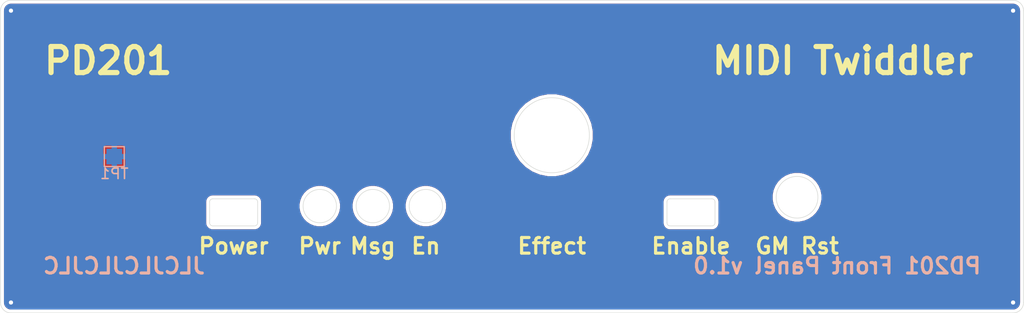
<source format=kicad_pcb>
(kicad_pcb (version 20171130) (host pcbnew "(5.1.9)-1")

  (general
    (thickness 1.6)
    (drawings 42)
    (tracks 4)
    (zones 0)
    (modules 1)
    (nets 2)
  )

  (page A4)
  (layers
    (0 F.Cu signal)
    (31 B.Cu signal)
    (36 B.SilkS user)
    (37 F.SilkS user)
    (38 B.Mask user)
    (39 F.Mask user)
    (40 Dwgs.User user)
    (41 Cmts.User user)
    (42 Eco1.User user)
    (43 Eco2.User user)
    (44 Edge.Cuts user)
    (45 Margin user)
    (46 B.CrtYd user)
    (47 F.CrtYd user)
    (48 B.Fab user)
    (49 F.Fab user)
  )

  (setup
    (last_trace_width 0.254)
    (user_trace_width 0.2)
    (user_trace_width 0.254)
    (user_trace_width 0.508)
    (user_trace_width 0.635)
    (trace_clearance 0.2)
    (zone_clearance 0.3048)
    (zone_45_only no)
    (trace_min 0.2)
    (via_size 0.6)
    (via_drill 0.4)
    (via_min_size 0.4)
    (via_min_drill 0.3)
    (user_via 0.6 0.4)
    (user_via 0.9 0.6)
    (uvia_size 0.3)
    (uvia_drill 0.1)
    (uvias_allowed no)
    (uvia_min_size 0.2)
    (uvia_min_drill 0.1)
    (edge_width 0.05)
    (segment_width 0.2)
    (pcb_text_width 0.3)
    (pcb_text_size 1.5 1.5)
    (mod_edge_width 0.15)
    (mod_text_size 1 1)
    (mod_text_width 0.15)
    (pad_size 1.5 2.5)
    (pad_drill 0.9)
    (pad_to_mask_clearance 0)
    (aux_axis_origin 152.4 109.55)
    (grid_origin 152.4 109.55)
    (visible_elements 7FFFFFFF)
    (pcbplotparams
      (layerselection 0x010f0_ffffffff)
      (usegerberextensions false)
      (usegerberattributes true)
      (usegerberadvancedattributes true)
      (creategerberjobfile true)
      (excludeedgelayer true)
      (linewidth 0.100000)
      (plotframeref false)
      (viasonmask false)
      (mode 1)
      (useauxorigin true)
      (hpglpennumber 1)
      (hpglpenspeed 20)
      (hpglpendiameter 15.000000)
      (psnegative false)
      (psa4output false)
      (plotreference true)
      (plotvalue true)
      (plotinvisibletext false)
      (padsonsilk true)
      (subtractmaskfromsilk false)
      (outputformat 1)
      (mirror false)
      (drillshape 0)
      (scaleselection 1)
      (outputdirectory "gerbers/"))
  )

  (net 0 "")
  (net 1 GND)

  (net_class Default "This is the default net class."
    (clearance 0.2)
    (trace_width 0.254)
    (via_dia 0.6)
    (via_drill 0.4)
    (uvia_dia 0.3)
    (uvia_drill 0.1)
    (add_net GND)
  )

  (net_class Power ""
    (clearance 0.2)
    (trace_width 0.635)
    (via_dia 0.9)
    (via_drill 0.6)
    (uvia_dia 0.3)
    (uvia_drill 0.1)
  )

  (module TestPoint:TestPoint_Pad_1.5x1.5mm (layer B.Cu) (tedit 5A0F774F) (tstamp 6034AF9F)
    (at 114.3 101.6)
    (descr "SMD rectangular pad as test Point, square 1.5mm side length")
    (tags "test point SMD pad rectangle square")
    (path /6034B6EE)
    (attr virtual)
    (fp_text reference TP1 (at 0 1.648) (layer B.SilkS)
      (effects (font (size 1 1) (thickness 0.15)) (justify mirror))
    )
    (fp_text value TestPoint (at 0 -1.75) (layer B.Fab)
      (effects (font (size 1 1) (thickness 0.15)) (justify mirror))
    )
    (fp_line (start 1.25 -1.25) (end -1.25 -1.25) (layer B.CrtYd) (width 0.05))
    (fp_line (start 1.25 -1.25) (end 1.25 1.25) (layer B.CrtYd) (width 0.05))
    (fp_line (start -1.25 1.25) (end -1.25 -1.25) (layer B.CrtYd) (width 0.05))
    (fp_line (start -1.25 1.25) (end 1.25 1.25) (layer B.CrtYd) (width 0.05))
    (fp_line (start -0.95 -0.95) (end -0.95 0.95) (layer B.SilkS) (width 0.12))
    (fp_line (start 0.95 -0.95) (end -0.95 -0.95) (layer B.SilkS) (width 0.12))
    (fp_line (start 0.95 0.95) (end 0.95 -0.95) (layer B.SilkS) (width 0.12))
    (fp_line (start -0.95 0.95) (end 0.95 0.95) (layer B.SilkS) (width 0.12))
    (fp_text user %R (at 0 1.65) (layer B.Fab)
      (effects (font (size 1 1) (thickness 0.15)) (justify mirror))
    )
    (pad 1 smd rect (at 0 0) (size 1.5 1.5) (layers B.Cu B.Mask)
      (net 1 GND))
  )

  (gr_poly (pts (xy 156.21 99.39) (xy 157.353 98.247) (xy 157.48 98.247) (xy 157.48 98.374) (xy 156.337 99.517) (xy 157.48 100.66) (xy 157.48 100.787) (xy 157.353 100.787) (xy 156.21 99.644) (xy 155.067 100.787) (xy 154.94 100.787) (xy 154.94 100.66) (xy 156.083 99.517) (xy 154.94 98.374) (xy 154.94 98.247) (xy 155.067 98.247)) (layer F.Mask) (width 0.1))
  (gr_text JLCJLCJLCJLC (at 107.315 112.09) (layer B.SilkS) (tstamp 6034DFC5)
    (effects (font (size 1.5 1.5) (thickness 0.3)) (justify right mirror))
  )
  (gr_text "PD201 Front Panel v1.0" (at 197.485 112.09) (layer B.SilkS) (tstamp 6034DFA0)
    (effects (font (size 1.5 1.5) (thickness 0.3)) (justify left mirror))
  )
  (gr_text "GM Rst" (at 179.705 110.185) (layer F.SilkS) (tstamp 6034DE14)
    (effects (font (size 1.5 1.5) (thickness 0.3)))
  )
  (gr_text Effect (at 156.21 110.185) (layer F.SilkS) (tstamp 6034DDF4)
    (effects (font (size 1.5 1.5) (thickness 0.3)))
  )
  (gr_text Enable (at 169.545 110.185) (layer F.SilkS)
    (effects (font (size 1.5 1.5) (thickness 0.3)))
  )
  (gr_text En (at 144.145 110.185) (layer F.SilkS)
    (effects (font (size 1.5 1.5) (thickness 0.3)))
  )
  (gr_text Msg (at 139.065 110.185) (layer F.SilkS)
    (effects (font (size 1.5 1.5) (thickness 0.3)))
  )
  (gr_text Pwr (at 133.985 110.185) (layer F.SilkS)
    (effects (font (size 1.5 1.5) (thickness 0.3)))
  )
  (gr_text Power (at 125.73 110.185) (layer F.SilkS)
    (effects (font (size 1.5 1.5) (thickness 0.3)))
  )
  (gr_text "MIDI Twiddler" (at 196.85 92.405) (layer F.SilkS) (tstamp 6034DC95)
    (effects (font (size 2.5 2.5) (thickness 0.5)) (justify right))
  )
  (gr_text PD201 (at 107.315 92.405) (layer F.SilkS)
    (effects (font (size 2.5 2.5) (thickness 0.5)) (justify left))
  )
  (gr_line (start 128.03 107.95) (end 128.03 105.95) (layer Edge.Cuts) (width 0.05) (tstamp 6034DA81))
  (gr_line (start 123.43 105.95) (end 123.43 107.95) (layer Edge.Cuts) (width 0.05) (tstamp 6034DA80))
  (gr_line (start 127.73 105.65) (end 123.73 105.65) (layer Edge.Cuts) (width 0.05) (tstamp 6034DA7F))
  (gr_line (start 123.73 108.25) (end 127.73 108.25) (layer Edge.Cuts) (width 0.05) (tstamp 6034DA7E))
  (gr_arc (start 123.73 105.95) (end 123.73 105.65) (angle -90) (layer Edge.Cuts) (width 0.05) (tstamp 6034DA7D))
  (gr_arc (start 127.73 105.95) (end 128.03 105.95) (angle -90) (layer Edge.Cuts) (width 0.05) (tstamp 6034DA7C))
  (gr_arc (start 127.73 107.95) (end 127.73 108.25) (angle -90) (layer Edge.Cuts) (width 0.05) (tstamp 6034DA7B))
  (gr_arc (start 123.73 107.95) (end 123.43 107.95) (angle -90) (layer Edge.Cuts) (width 0.05) (tstamp 6034DA7A))
  (gr_arc (start 167.545 105.95) (end 167.545 105.65) (angle -90) (layer Edge.Cuts) (width 0.05))
  (gr_arc (start 171.545 105.95) (end 171.845 105.95) (angle -90) (layer Edge.Cuts) (width 0.05))
  (gr_arc (start 171.545 107.95) (end 171.545 108.25) (angle -90) (layer Edge.Cuts) (width 0.05))
  (gr_arc (start 167.545 107.95) (end 167.245 107.95) (angle -90) (layer Edge.Cuts) (width 0.05))
  (gr_line (start 171.845 107.95) (end 171.845 105.95) (layer Edge.Cuts) (width 0.05))
  (gr_line (start 167.245 105.95) (end 167.245 107.95) (layer Edge.Cuts) (width 0.05))
  (gr_line (start 171.545 105.65) (end 167.545 105.65) (layer Edge.Cuts) (width 0.05))
  (gr_line (start 167.545 108.25) (end 171.545 108.25) (layer Edge.Cuts) (width 0.05) (tstamp 6034D7FA))
  (gr_circle (center 133.985 106.35) (end 135.585 106.35) (layer Edge.Cuts) (width 0.05))
  (gr_circle (center 139.065 106.35) (end 140.665 106.35) (layer Edge.Cuts) (width 0.05))
  (gr_circle (center 144.145 106.35) (end 145.745 106.35) (layer Edge.Cuts) (width 0.05) (tstamp 6034CA3D))
  (gr_circle (center 179.705 105.5) (end 181.705 105.5) (layer Edge.Cuts) (width 0.05))
  (gr_circle (center 156.21 99.55) (end 159.81 99.55) (layer Edge.Cuts) (width 0.05))
  (gr_poly (pts (xy 201.4 111.15) (xy 103.4 111.15) (xy 103.4 109.55) (xy 201.4 109.55)) (layer Cmts.User) (width 0.1))
  (gr_arc (start 104.4 87.6) (end 104.4 86.6) (angle -90) (layer Edge.Cuts) (width 0.05))
  (gr_arc (start 200.4 87.6) (end 201.4 87.6) (angle -90) (layer Edge.Cuts) (width 0.05))
  (gr_arc (start 200.4 115.6) (end 200.4 116.6) (angle -90) (layer Edge.Cuts) (width 0.05))
  (gr_arc (start 104.4 115.6) (end 103.4 115.6) (angle -90) (layer Edge.Cuts) (width 0.05))
  (gr_line (start 201.4 87.6) (end 201.4 115.6) (layer Edge.Cuts) (width 0.05))
  (gr_line (start 104.4 86.6) (end 200.4 86.6) (layer Edge.Cuts) (width 0.05))
  (gr_line (start 103.4 115.6) (end 103.4 87.6) (layer Edge.Cuts) (width 0.05))
  (gr_line (start 200.4 116.6) (end 104.4 116.6) (layer Edge.Cuts) (width 0.05))

  (via (at 104.4 87.6) (size 0.6) (drill 0.4) (layers F.Cu B.Cu) (net 1))
  (via (at 104.4 115.6) (size 0.6) (drill 0.4) (layers F.Cu B.Cu) (net 1))
  (via (at 200.4 115.6) (size 0.6) (drill 0.4) (layers F.Cu B.Cu) (net 1))
  (via (at 200.4 87.6) (size 0.6) (drill 0.4) (layers F.Cu B.Cu) (net 1))

  (zone (net 1) (net_name GND) (layer B.Cu) (tstamp 606A812C) (hatch edge 0.508)
    (connect_pads (clearance 0.3048))
    (min_thickness 0.254)
    (fill yes (arc_segments 32) (thermal_gap 0.3048) (thermal_bridge_width 0.508))
    (polygon
      (pts
        (xy 201.4 116.6) (xy 103.4 116.6) (xy 103.4 86.6) (xy 201.4 86.6)
      )
    )
    (filled_polygon
      (pts
        (xy 200.505082 87.069294) (xy 200.606163 87.099812) (xy 200.69939 87.149382) (xy 200.781214 87.216116) (xy 200.848518 87.297472)
        (xy 200.898737 87.39035) (xy 200.92996 87.491216) (xy 200.9432 87.617184) (xy 200.943201 115.577647) (xy 200.930706 115.705081)
        (xy 200.900188 115.806161) (xy 200.850618 115.899391) (xy 200.783884 115.981214) (xy 200.702529 116.048517) (xy 200.609649 116.098737)
        (xy 200.508784 116.12996) (xy 200.382816 116.1432) (xy 104.422343 116.1432) (xy 104.294919 116.130706) (xy 104.193839 116.100188)
        (xy 104.100609 116.050618) (xy 104.018786 115.983884) (xy 103.951483 115.902529) (xy 103.901263 115.809649) (xy 103.87004 115.708784)
        (xy 103.8568 115.582816) (xy 103.8568 105.927563) (xy 122.9732 105.927563) (xy 122.973201 107.972438) (xy 122.975099 107.991712)
        (xy 122.975087 107.993494) (xy 122.975709 107.999842) (xy 122.97875 108.028773) (xy 122.979811 108.039548) (xy 122.97992 108.039907)
        (xy 122.981829 108.058071) (xy 122.990158 108.098644) (xy 122.997913 108.139297) (xy 122.999756 108.145404) (xy 123.01707 108.201336)
        (xy 123.033122 108.239521) (xy 123.048625 108.277891) (xy 123.051619 108.283523) (xy 123.079467 108.335026) (xy 123.102616 108.369345)
        (xy 123.125289 108.403992) (xy 123.12932 108.408935) (xy 123.16664 108.454047) (xy 123.196026 108.483228) (xy 123.224986 108.512801)
        (xy 123.2299 108.516867) (xy 123.275274 108.553872) (xy 123.309765 108.576788) (xy 123.343914 108.60017) (xy 123.349524 108.603204)
        (xy 123.40122 108.630692) (xy 123.439497 108.646469) (xy 123.477555 108.662781) (xy 123.483648 108.664667) (xy 123.539699 108.68159)
        (xy 123.580295 108.689628) (xy 123.620814 108.69824) (xy 123.627157 108.698907) (xy 123.685427 108.70462) (xy 123.685429 108.70462)
        (xy 123.707562 108.7068) (xy 127.752438 108.7068) (xy 127.771722 108.704901) (xy 127.773494 108.704913) (xy 127.779842 108.704291)
        (xy 127.808622 108.701266) (xy 127.819548 108.70019) (xy 127.819912 108.70008) (xy 127.838071 108.698171) (xy 127.878644 108.689842)
        (xy 127.919297 108.682087) (xy 127.925404 108.680244) (xy 127.981336 108.66293) (xy 128.019521 108.646878) (xy 128.057891 108.631375)
        (xy 128.063523 108.628381) (xy 128.115026 108.600533) (xy 128.149345 108.577384) (xy 128.183992 108.554711) (xy 128.188935 108.55068)
        (xy 128.234047 108.51336) (xy 128.263228 108.483974) (xy 128.292801 108.455014) (xy 128.296867 108.4501) (xy 128.333872 108.404726)
        (xy 128.356788 108.370235) (xy 128.38017 108.336086) (xy 128.383204 108.330476) (xy 128.410692 108.27878) (xy 128.426469 108.240503)
        (xy 128.442781 108.202445) (xy 128.444667 108.196352) (xy 128.46159 108.140301) (xy 128.469628 108.099705) (xy 128.47824 108.059186)
        (xy 128.478907 108.052843) (xy 128.48462 107.994573) (xy 128.48462 107.994571) (xy 128.4868 107.972438) (xy 128.4868 106.146438)
        (xy 131.9182 106.146438) (xy 131.9182 106.553562) (xy 131.997626 106.952863) (xy 132.153426 107.328997) (xy 132.379612 107.667508)
        (xy 132.667492 107.955388) (xy 133.006003 108.181574) (xy 133.382137 108.337374) (xy 133.781438 108.4168) (xy 134.188562 108.4168)
        (xy 134.587863 108.337374) (xy 134.963997 108.181574) (xy 135.302508 107.955388) (xy 135.590388 107.667508) (xy 135.816574 107.328997)
        (xy 135.972374 106.952863) (xy 136.0518 106.553562) (xy 136.0518 106.146438) (xy 136.9982 106.146438) (xy 136.9982 106.553562)
        (xy 137.077626 106.952863) (xy 137.233426 107.328997) (xy 137.459612 107.667508) (xy 137.747492 107.955388) (xy 138.086003 108.181574)
        (xy 138.462137 108.337374) (xy 138.861438 108.4168) (xy 139.268562 108.4168) (xy 139.667863 108.337374) (xy 140.043997 108.181574)
        (xy 140.382508 107.955388) (xy 140.670388 107.667508) (xy 140.896574 107.328997) (xy 141.052374 106.952863) (xy 141.1318 106.553562)
        (xy 141.1318 106.146438) (xy 142.0782 106.146438) (xy 142.0782 106.553562) (xy 142.157626 106.952863) (xy 142.313426 107.328997)
        (xy 142.539612 107.667508) (xy 142.827492 107.955388) (xy 143.166003 108.181574) (xy 143.542137 108.337374) (xy 143.941438 108.4168)
        (xy 144.348562 108.4168) (xy 144.747863 108.337374) (xy 145.123997 108.181574) (xy 145.462508 107.955388) (xy 145.750388 107.667508)
        (xy 145.976574 107.328997) (xy 146.132374 106.952863) (xy 146.2118 106.553562) (xy 146.2118 106.146438) (xy 146.168264 105.927563)
        (xy 166.7882 105.927563) (xy 166.788201 107.972438) (xy 166.790099 107.991712) (xy 166.790087 107.993494) (xy 166.790709 107.999842)
        (xy 166.79375 108.028773) (xy 166.794811 108.039548) (xy 166.79492 108.039907) (xy 166.796829 108.058071) (xy 166.805158 108.098644)
        (xy 166.812913 108.139297) (xy 166.814756 108.145404) (xy 166.83207 108.201336) (xy 166.848122 108.239521) (xy 166.863625 108.277891)
        (xy 166.866619 108.283523) (xy 166.894467 108.335026) (xy 166.917616 108.369345) (xy 166.940289 108.403992) (xy 166.94432 108.408935)
        (xy 166.98164 108.454047) (xy 167.011026 108.483228) (xy 167.039986 108.512801) (xy 167.0449 108.516867) (xy 167.090274 108.553872)
        (xy 167.124765 108.576788) (xy 167.158914 108.60017) (xy 167.164524 108.603204) (xy 167.21622 108.630692) (xy 167.254497 108.646469)
        (xy 167.292555 108.662781) (xy 167.298648 108.664667) (xy 167.354699 108.68159) (xy 167.395295 108.689628) (xy 167.435814 108.69824)
        (xy 167.442157 108.698907) (xy 167.500427 108.70462) (xy 167.500429 108.70462) (xy 167.522562 108.7068) (xy 171.567438 108.7068)
        (xy 171.586722 108.704901) (xy 171.588494 108.704913) (xy 171.594842 108.704291) (xy 171.623622 108.701266) (xy 171.634548 108.70019)
        (xy 171.634912 108.70008) (xy 171.653071 108.698171) (xy 171.693644 108.689842) (xy 171.734297 108.682087) (xy 171.740404 108.680244)
        (xy 171.796336 108.66293) (xy 171.834521 108.646878) (xy 171.872891 108.631375) (xy 171.878523 108.628381) (xy 171.930026 108.600533)
        (xy 171.964345 108.577384) (xy 171.998992 108.554711) (xy 172.003935 108.55068) (xy 172.049047 108.51336) (xy 172.078228 108.483974)
        (xy 172.107801 108.455014) (xy 172.111867 108.4501) (xy 172.148872 108.404726) (xy 172.171788 108.370235) (xy 172.19517 108.336086)
        (xy 172.198204 108.330476) (xy 172.225692 108.27878) (xy 172.241469 108.240503) (xy 172.257781 108.202445) (xy 172.259667 108.196352)
        (xy 172.27659 108.140301) (xy 172.284628 108.099705) (xy 172.29324 108.059186) (xy 172.293907 108.052843) (xy 172.29962 107.994573)
        (xy 172.29962 107.994571) (xy 172.3018 107.972438) (xy 172.3018 105.927562) (xy 172.299901 105.908278) (xy 172.299913 105.906506)
        (xy 172.299291 105.900159) (xy 172.296267 105.871386) (xy 172.29519 105.860452) (xy 172.295079 105.860088) (xy 172.293171 105.841929)
        (xy 172.284844 105.801363) (xy 172.277087 105.760703) (xy 172.275244 105.754597) (xy 172.25793 105.698664) (xy 172.241874 105.660468)
        (xy 172.226375 105.622109) (xy 172.223381 105.616477) (xy 172.195533 105.564974) (xy 172.172394 105.53067) (xy 172.149711 105.496008)
        (xy 172.14568 105.491065) (xy 172.108359 105.445952) (xy 172.078991 105.416789) (xy 172.050014 105.387199) (xy 172.0451 105.383133)
        (xy 171.999727 105.346128) (xy 171.965251 105.323223) (xy 171.931087 105.29983) (xy 171.925476 105.296796) (xy 171.87378 105.269308)
        (xy 171.84448 105.257231) (xy 177.240126 105.257231) (xy 177.240126 105.742769) (xy 177.33485 106.218977) (xy 177.520657 106.667555)
        (xy 177.790408 107.071265) (xy 178.133735 107.414592) (xy 178.537445 107.684343) (xy 178.986023 107.87015) (xy 179.462231 107.964874)
        (xy 179.947769 107.964874) (xy 180.423977 107.87015) (xy 180.872555 107.684343) (xy 181.276265 107.414592) (xy 181.619592 107.071265)
        (xy 181.889343 106.667555) (xy 182.07515 106.218977) (xy 182.169874 105.742769) (xy 182.169874 105.257231) (xy 182.07515 104.781023)
        (xy 181.889343 104.332445) (xy 181.619592 103.928735) (xy 181.276265 103.585408) (xy 180.872555 103.315657) (xy 180.423977 103.12985)
        (xy 179.947769 103.035126) (xy 179.462231 103.035126) (xy 178.986023 103.12985) (xy 178.537445 103.315657) (xy 178.133735 103.585408)
        (xy 177.790408 103.928735) (xy 177.520657 104.332445) (xy 177.33485 104.781023) (xy 177.240126 105.257231) (xy 171.84448 105.257231)
        (xy 171.835491 105.253526) (xy 171.797445 105.237219) (xy 171.791358 105.235335) (xy 171.791356 105.235334) (xy 171.791354 105.235334)
        (xy 171.791352 105.235333) (xy 171.735301 105.21841) (xy 171.694697 105.21037) (xy 171.654185 105.20176) (xy 171.647842 105.201093)
        (xy 171.589573 105.19538) (xy 171.589571 105.19538) (xy 171.567438 105.1932) (xy 167.522562 105.1932) (xy 167.503278 105.195099)
        (xy 167.501506 105.195087) (xy 167.495159 105.195709) (xy 167.466386 105.198733) (xy 167.455452 105.19981) (xy 167.455088 105.199921)
        (xy 167.436929 105.201829) (xy 167.396363 105.210156) (xy 167.355703 105.217913) (xy 167.349597 105.219756) (xy 167.293664 105.23707)
        (xy 167.255468 105.253126) (xy 167.217109 105.268625) (xy 167.211477 105.271619) (xy 167.159974 105.299467) (xy 167.12567 105.322606)
        (xy 167.091008 105.345289) (xy 167.086065 105.34932) (xy 167.040952 105.386641) (xy 167.011789 105.416009) (xy 166.982199 105.444986)
        (xy 166.978133 105.4499) (xy 166.941128 105.495273) (xy 166.918223 105.529749) (xy 166.89483 105.563913) (xy 166.891796 105.569524)
        (xy 166.864308 105.62122) (xy 166.848526 105.659509) (xy 166.832219 105.697555) (xy 166.830333 105.703648) (xy 166.81341 105.759699)
        (xy 166.80537 105.800303) (xy 166.79676 105.840815) (xy 166.796093 105.847158) (xy 166.790421 105.905012) (xy 166.7882 105.927563)
        (xy 146.168264 105.927563) (xy 146.132374 105.747137) (xy 145.976574 105.371003) (xy 145.750388 105.032492) (xy 145.462508 104.744612)
        (xy 145.123997 104.518426) (xy 144.747863 104.362626) (xy 144.348562 104.2832) (xy 143.941438 104.2832) (xy 143.542137 104.362626)
        (xy 143.166003 104.518426) (xy 142.827492 104.744612) (xy 142.539612 105.032492) (xy 142.313426 105.371003) (xy 142.157626 105.747137)
        (xy 142.0782 106.146438) (xy 141.1318 106.146438) (xy 141.052374 105.747137) (xy 140.896574 105.371003) (xy 140.670388 105.032492)
        (xy 140.382508 104.744612) (xy 140.043997 104.518426) (xy 139.667863 104.362626) (xy 139.268562 104.2832) (xy 138.861438 104.2832)
        (xy 138.462137 104.362626) (xy 138.086003 104.518426) (xy 137.747492 104.744612) (xy 137.459612 105.032492) (xy 137.233426 105.371003)
        (xy 137.077626 105.747137) (xy 136.9982 106.146438) (xy 136.0518 106.146438) (xy 135.972374 105.747137) (xy 135.816574 105.371003)
        (xy 135.590388 105.032492) (xy 135.302508 104.744612) (xy 134.963997 104.518426) (xy 134.587863 104.362626) (xy 134.188562 104.2832)
        (xy 133.781438 104.2832) (xy 133.382137 104.362626) (xy 133.006003 104.518426) (xy 132.667492 104.744612) (xy 132.379612 105.032492)
        (xy 132.153426 105.371003) (xy 131.997626 105.747137) (xy 131.9182 106.146438) (xy 128.4868 106.146438) (xy 128.4868 105.927562)
        (xy 128.484901 105.908278) (xy 128.484913 105.906506) (xy 128.484291 105.900159) (xy 128.481267 105.871386) (xy 128.48019 105.860452)
        (xy 128.480079 105.860088) (xy 128.478171 105.841929) (xy 128.469844 105.801363) (xy 128.462087 105.760703) (xy 128.460244 105.754597)
        (xy 128.44293 105.698664) (xy 128.426874 105.660468) (xy 128.411375 105.622109) (xy 128.408381 105.616477) (xy 128.380533 105.564974)
        (xy 128.357394 105.53067) (xy 128.334711 105.496008) (xy 128.33068 105.491065) (xy 128.293359 105.445952) (xy 128.263991 105.416789)
        (xy 128.235014 105.387199) (xy 128.2301 105.383133) (xy 128.184727 105.346128) (xy 128.150251 105.323223) (xy 128.116087 105.29983)
        (xy 128.110476 105.296796) (xy 128.05878 105.269308) (xy 128.020491 105.253526) (xy 127.982445 105.237219) (xy 127.976358 105.235335)
        (xy 127.976356 105.235334) (xy 127.976354 105.235334) (xy 127.976352 105.235333) (xy 127.920301 105.21841) (xy 127.879697 105.21037)
        (xy 127.839185 105.20176) (xy 127.832842 105.201093) (xy 127.774573 105.19538) (xy 127.774571 105.19538) (xy 127.752438 105.1932)
        (xy 123.707562 105.1932) (xy 123.688278 105.195099) (xy 123.686506 105.195087) (xy 123.680159 105.195709) (xy 123.651386 105.198733)
        (xy 123.640452 105.19981) (xy 123.640088 105.199921) (xy 123.621929 105.201829) (xy 123.581363 105.210156) (xy 123.540703 105.217913)
        (xy 123.534597 105.219756) (xy 123.478664 105.23707) (xy 123.440468 105.253126) (xy 123.402109 105.268625) (xy 123.396477 105.271619)
        (xy 123.344974 105.299467) (xy 123.31067 105.322606) (xy 123.276008 105.345289) (xy 123.271065 105.34932) (xy 123.225952 105.386641)
        (xy 123.196789 105.416009) (xy 123.167199 105.444986) (xy 123.163133 105.4499) (xy 123.126128 105.495273) (xy 123.103223 105.529749)
        (xy 123.07983 105.563913) (xy 123.076796 105.569524) (xy 123.049308 105.62122) (xy 123.033526 105.659509) (xy 123.017219 105.697555)
        (xy 123.015333 105.703648) (xy 122.99841 105.759699) (xy 122.99037 105.800303) (xy 122.98176 105.840815) (xy 122.981093 105.847158)
        (xy 122.975421 105.905012) (xy 122.9732 105.927563) (xy 103.8568 105.927563) (xy 103.8568 102.35) (xy 113.116111 102.35)
        (xy 113.124448 102.434648) (xy 113.149139 102.516042) (xy 113.189234 102.591056) (xy 113.243194 102.656806) (xy 113.308944 102.710766)
        (xy 113.383958 102.750861) (xy 113.465352 102.775552) (xy 113.55 102.783889) (xy 114.06505 102.7818) (xy 114.173 102.67385)
        (xy 114.173 101.727) (xy 114.427 101.727) (xy 114.427 102.67385) (xy 114.53495 102.7818) (xy 115.05 102.783889)
        (xy 115.134648 102.775552) (xy 115.216042 102.750861) (xy 115.291056 102.710766) (xy 115.356806 102.656806) (xy 115.410766 102.591056)
        (xy 115.450861 102.516042) (xy 115.475552 102.434648) (xy 115.483889 102.35) (xy 115.4818 101.83495) (xy 115.37385 101.727)
        (xy 114.427 101.727) (xy 114.173 101.727) (xy 113.22615 101.727) (xy 113.1182 101.83495) (xy 113.116111 102.35)
        (xy 103.8568 102.35) (xy 103.8568 100.85) (xy 113.116111 100.85) (xy 113.1182 101.36505) (xy 113.22615 101.473)
        (xy 114.173 101.473) (xy 114.173 100.52615) (xy 114.427 100.52615) (xy 114.427 101.473) (xy 115.37385 101.473)
        (xy 115.4818 101.36505) (xy 115.483889 100.85) (xy 115.475552 100.765352) (xy 115.450861 100.683958) (xy 115.410766 100.608944)
        (xy 115.356806 100.543194) (xy 115.291056 100.489234) (xy 115.216042 100.449139) (xy 115.134648 100.424448) (xy 115.05 100.416111)
        (xy 114.53495 100.4182) (xy 114.427 100.52615) (xy 114.173 100.52615) (xy 114.06505 100.4182) (xy 113.55 100.416111)
        (xy 113.465352 100.424448) (xy 113.383958 100.449139) (xy 113.308944 100.489234) (xy 113.243194 100.543194) (xy 113.189234 100.608944)
        (xy 113.149139 100.683958) (xy 113.124448 100.765352) (xy 113.116111 100.85) (xy 103.8568 100.85) (xy 103.8568 99.150404)
        (xy 152.152831 99.150404) (xy 152.152831 99.949596) (xy 152.308746 100.733433) (xy 152.614583 101.47179) (xy 153.058591 102.136295)
        (xy 153.623705 102.701409) (xy 154.28821 103.145417) (xy 155.026567 103.451254) (xy 155.810404 103.607169) (xy 156.609596 103.607169)
        (xy 157.393433 103.451254) (xy 158.13179 103.145417) (xy 158.796295 102.701409) (xy 159.361409 102.136295) (xy 159.805417 101.47179)
        (xy 160.111254 100.733433) (xy 160.267169 99.949596) (xy 160.267169 99.150404) (xy 160.111254 98.366567) (xy 159.805417 97.62821)
        (xy 159.361409 96.963705) (xy 158.796295 96.398591) (xy 158.13179 95.954583) (xy 157.393433 95.648746) (xy 156.609596 95.492831)
        (xy 155.810404 95.492831) (xy 155.026567 95.648746) (xy 154.28821 95.954583) (xy 153.623705 96.398591) (xy 153.058591 96.963705)
        (xy 152.614583 97.62821) (xy 152.308746 98.366567) (xy 152.152831 99.150404) (xy 103.8568 99.150404) (xy 103.8568 87.622343)
        (xy 103.869294 87.494918) (xy 103.899812 87.393837) (xy 103.949382 87.30061) (xy 104.016116 87.218786) (xy 104.097472 87.151482)
        (xy 104.19035 87.101263) (xy 104.291216 87.07004) (xy 104.417184 87.0568) (xy 200.377657 87.0568)
      )
    )
  )
  (zone (net 1) (net_name GND) (layer F.Cu) (tstamp 606A8129) (hatch edge 0.508)
    (connect_pads (clearance 0.3048))
    (min_thickness 0.254)
    (fill yes (arc_segments 32) (thermal_gap 0.3048) (thermal_bridge_width 0.508))
    (polygon
      (pts
        (xy 201.4 116.6) (xy 103.4 116.6) (xy 103.4 86.6) (xy 201.4 86.6)
      )
    )
    (filled_polygon
      (pts
        (xy 200.505082 87.069294) (xy 200.606163 87.099812) (xy 200.69939 87.149382) (xy 200.781214 87.216116) (xy 200.848518 87.297472)
        (xy 200.898737 87.39035) (xy 200.92996 87.491216) (xy 200.9432 87.617184) (xy 200.943201 115.577647) (xy 200.930706 115.705081)
        (xy 200.900188 115.806161) (xy 200.850618 115.899391) (xy 200.783884 115.981214) (xy 200.702529 116.048517) (xy 200.609649 116.098737)
        (xy 200.508784 116.12996) (xy 200.382816 116.1432) (xy 104.422343 116.1432) (xy 104.294919 116.130706) (xy 104.193839 116.100188)
        (xy 104.100609 116.050618) (xy 104.018786 115.983884) (xy 103.951483 115.902529) (xy 103.901263 115.809649) (xy 103.87004 115.708784)
        (xy 103.8568 115.582816) (xy 103.8568 105.927563) (xy 122.9732 105.927563) (xy 122.973201 107.972438) (xy 122.975099 107.991712)
        (xy 122.975087 107.993494) (xy 122.975709 107.999842) (xy 122.97875 108.028773) (xy 122.979811 108.039548) (xy 122.97992 108.039907)
        (xy 122.981829 108.058071) (xy 122.990158 108.098644) (xy 122.997913 108.139297) (xy 122.999756 108.145404) (xy 123.01707 108.201336)
        (xy 123.033122 108.239521) (xy 123.048625 108.277891) (xy 123.051619 108.283523) (xy 123.079467 108.335026) (xy 123.102616 108.369345)
        (xy 123.125289 108.403992) (xy 123.12932 108.408935) (xy 123.16664 108.454047) (xy 123.196026 108.483228) (xy 123.224986 108.512801)
        (xy 123.2299 108.516867) (xy 123.275274 108.553872) (xy 123.309765 108.576788) (xy 123.343914 108.60017) (xy 123.349524 108.603204)
        (xy 123.40122 108.630692) (xy 123.439497 108.646469) (xy 123.477555 108.662781) (xy 123.483648 108.664667) (xy 123.539699 108.68159)
        (xy 123.580295 108.689628) (xy 123.620814 108.69824) (xy 123.627157 108.698907) (xy 123.685427 108.70462) (xy 123.685429 108.70462)
        (xy 123.707562 108.7068) (xy 127.752438 108.7068) (xy 127.771722 108.704901) (xy 127.773494 108.704913) (xy 127.779842 108.704291)
        (xy 127.808622 108.701266) (xy 127.819548 108.70019) (xy 127.819912 108.70008) (xy 127.838071 108.698171) (xy 127.878644 108.689842)
        (xy 127.919297 108.682087) (xy 127.925404 108.680244) (xy 127.981336 108.66293) (xy 128.019521 108.646878) (xy 128.057891 108.631375)
        (xy 128.063523 108.628381) (xy 128.115026 108.600533) (xy 128.149345 108.577384) (xy 128.183992 108.554711) (xy 128.188935 108.55068)
        (xy 128.234047 108.51336) (xy 128.263228 108.483974) (xy 128.292801 108.455014) (xy 128.296867 108.4501) (xy 128.333872 108.404726)
        (xy 128.356788 108.370235) (xy 128.38017 108.336086) (xy 128.383204 108.330476) (xy 128.410692 108.27878) (xy 128.426469 108.240503)
        (xy 128.442781 108.202445) (xy 128.444667 108.196352) (xy 128.46159 108.140301) (xy 128.469628 108.099705) (xy 128.47824 108.059186)
        (xy 128.478907 108.052843) (xy 128.48462 107.994573) (xy 128.48462 107.994571) (xy 128.4868 107.972438) (xy 128.4868 106.146438)
        (xy 131.9182 106.146438) (xy 131.9182 106.553562) (xy 131.997626 106.952863) (xy 132.153426 107.328997) (xy 132.379612 107.667508)
        (xy 132.667492 107.955388) (xy 133.006003 108.181574) (xy 133.382137 108.337374) (xy 133.781438 108.4168) (xy 134.188562 108.4168)
        (xy 134.587863 108.337374) (xy 134.963997 108.181574) (xy 135.302508 107.955388) (xy 135.590388 107.667508) (xy 135.816574 107.328997)
        (xy 135.972374 106.952863) (xy 136.0518 106.553562) (xy 136.0518 106.146438) (xy 136.9982 106.146438) (xy 136.9982 106.553562)
        (xy 137.077626 106.952863) (xy 137.233426 107.328997) (xy 137.459612 107.667508) (xy 137.747492 107.955388) (xy 138.086003 108.181574)
        (xy 138.462137 108.337374) (xy 138.861438 108.4168) (xy 139.268562 108.4168) (xy 139.667863 108.337374) (xy 140.043997 108.181574)
        (xy 140.382508 107.955388) (xy 140.670388 107.667508) (xy 140.896574 107.328997) (xy 141.052374 106.952863) (xy 141.1318 106.553562)
        (xy 141.1318 106.146438) (xy 142.0782 106.146438) (xy 142.0782 106.553562) (xy 142.157626 106.952863) (xy 142.313426 107.328997)
        (xy 142.539612 107.667508) (xy 142.827492 107.955388) (xy 143.166003 108.181574) (xy 143.542137 108.337374) (xy 143.941438 108.4168)
        (xy 144.348562 108.4168) (xy 144.747863 108.337374) (xy 145.123997 108.181574) (xy 145.462508 107.955388) (xy 145.750388 107.667508)
        (xy 145.976574 107.328997) (xy 146.132374 106.952863) (xy 146.2118 106.553562) (xy 146.2118 106.146438) (xy 146.168264 105.927563)
        (xy 166.7882 105.927563) (xy 166.788201 107.972438) (xy 166.790099 107.991712) (xy 166.790087 107.993494) (xy 166.790709 107.999842)
        (xy 166.79375 108.028773) (xy 166.794811 108.039548) (xy 166.79492 108.039907) (xy 166.796829 108.058071) (xy 166.805158 108.098644)
        (xy 166.812913 108.139297) (xy 166.814756 108.145404) (xy 166.83207 108.201336) (xy 166.848122 108.239521) (xy 166.863625 108.277891)
        (xy 166.866619 108.283523) (xy 166.894467 108.335026) (xy 166.917616 108.369345) (xy 166.940289 108.403992) (xy 166.94432 108.408935)
        (xy 166.98164 108.454047) (xy 167.011026 108.483228) (xy 167.039986 108.512801) (xy 167.0449 108.516867) (xy 167.090274 108.553872)
        (xy 167.124765 108.576788) (xy 167.158914 108.60017) (xy 167.164524 108.603204) (xy 167.21622 108.630692) (xy 167.254497 108.646469)
        (xy 167.292555 108.662781) (xy 167.298648 108.664667) (xy 167.354699 108.68159) (xy 167.395295 108.689628) (xy 167.435814 108.69824)
        (xy 167.442157 108.698907) (xy 167.500427 108.70462) (xy 167.500429 108.70462) (xy 167.522562 108.7068) (xy 171.567438 108.7068)
        (xy 171.586722 108.704901) (xy 171.588494 108.704913) (xy 171.594842 108.704291) (xy 171.623622 108.701266) (xy 171.634548 108.70019)
        (xy 171.634912 108.70008) (xy 171.653071 108.698171) (xy 171.693644 108.689842) (xy 171.734297 108.682087) (xy 171.740404 108.680244)
        (xy 171.796336 108.66293) (xy 171.834521 108.646878) (xy 171.872891 108.631375) (xy 171.878523 108.628381) (xy 171.930026 108.600533)
        (xy 171.964345 108.577384) (xy 171.998992 108.554711) (xy 172.003935 108.55068) (xy 172.049047 108.51336) (xy 172.078228 108.483974)
        (xy 172.107801 108.455014) (xy 172.111867 108.4501) (xy 172.148872 108.404726) (xy 172.171788 108.370235) (xy 172.19517 108.336086)
        (xy 172.198204 108.330476) (xy 172.225692 108.27878) (xy 172.241469 108.240503) (xy 172.257781 108.202445) (xy 172.259667 108.196352)
        (xy 172.27659 108.140301) (xy 172.284628 108.099705) (xy 172.29324 108.059186) (xy 172.293907 108.052843) (xy 172.29962 107.994573)
        (xy 172.29962 107.994571) (xy 172.3018 107.972438) (xy 172.3018 105.927562) (xy 172.299901 105.908278) (xy 172.299913 105.906506)
        (xy 172.299291 105.900159) (xy 172.296267 105.871386) (xy 172.29519 105.860452) (xy 172.295079 105.860088) (xy 172.293171 105.841929)
        (xy 172.284844 105.801363) (xy 172.277087 105.760703) (xy 172.275244 105.754597) (xy 172.25793 105.698664) (xy 172.241874 105.660468)
        (xy 172.226375 105.622109) (xy 172.223381 105.616477) (xy 172.195533 105.564974) (xy 172.172394 105.53067) (xy 172.149711 105.496008)
        (xy 172.14568 105.491065) (xy 172.108359 105.445952) (xy 172.078991 105.416789) (xy 172.050014 105.387199) (xy 172.0451 105.383133)
        (xy 171.999727 105.346128) (xy 171.965251 105.323223) (xy 171.931087 105.29983) (xy 171.925476 105.296796) (xy 171.87378 105.269308)
        (xy 171.84448 105.257231) (xy 177.240126 105.257231) (xy 177.240126 105.742769) (xy 177.33485 106.218977) (xy 177.520657 106.667555)
        (xy 177.790408 107.071265) (xy 178.133735 107.414592) (xy 178.537445 107.684343) (xy 178.986023 107.87015) (xy 179.462231 107.964874)
        (xy 179.947769 107.964874) (xy 180.423977 107.87015) (xy 180.872555 107.684343) (xy 181.276265 107.414592) (xy 181.619592 107.071265)
        (xy 181.889343 106.667555) (xy 182.07515 106.218977) (xy 182.169874 105.742769) (xy 182.169874 105.257231) (xy 182.07515 104.781023)
        (xy 181.889343 104.332445) (xy 181.619592 103.928735) (xy 181.276265 103.585408) (xy 180.872555 103.315657) (xy 180.423977 103.12985)
        (xy 179.947769 103.035126) (xy 179.462231 103.035126) (xy 178.986023 103.12985) (xy 178.537445 103.315657) (xy 178.133735 103.585408)
        (xy 177.790408 103.928735) (xy 177.520657 104.332445) (xy 177.33485 104.781023) (xy 177.240126 105.257231) (xy 171.84448 105.257231)
        (xy 171.835491 105.253526) (xy 171.797445 105.237219) (xy 171.791358 105.235335) (xy 171.791356 105.235334) (xy 171.791354 105.235334)
        (xy 171.791352 105.235333) (xy 171.735301 105.21841) (xy 171.694697 105.21037) (xy 171.654185 105.20176) (xy 171.647842 105.201093)
        (xy 171.589573 105.19538) (xy 171.589571 105.19538) (xy 171.567438 105.1932) (xy 167.522562 105.1932) (xy 167.503278 105.195099)
        (xy 167.501506 105.195087) (xy 167.495159 105.195709) (xy 167.466386 105.198733) (xy 167.455452 105.19981) (xy 167.455088 105.199921)
        (xy 167.436929 105.201829) (xy 167.396363 105.210156) (xy 167.355703 105.217913) (xy 167.349597 105.219756) (xy 167.293664 105.23707)
        (xy 167.255468 105.253126) (xy 167.217109 105.268625) (xy 167.211477 105.271619) (xy 167.159974 105.299467) (xy 167.12567 105.322606)
        (xy 167.091008 105.345289) (xy 167.086065 105.34932) (xy 167.040952 105.386641) (xy 167.011789 105.416009) (xy 166.982199 105.444986)
        (xy 166.978133 105.4499) (xy 166.941128 105.495273) (xy 166.918223 105.529749) (xy 166.89483 105.563913) (xy 166.891796 105.569524)
        (xy 166.864308 105.62122) (xy 166.848526 105.659509) (xy 166.832219 105.697555) (xy 166.830333 105.703648) (xy 166.81341 105.759699)
        (xy 166.80537 105.800303) (xy 166.79676 105.840815) (xy 166.796093 105.847158) (xy 166.790421 105.905012) (xy 166.7882 105.927563)
        (xy 146.168264 105.927563) (xy 146.132374 105.747137) (xy 145.976574 105.371003) (xy 145.750388 105.032492) (xy 145.462508 104.744612)
        (xy 145.123997 104.518426) (xy 144.747863 104.362626) (xy 144.348562 104.2832) (xy 143.941438 104.2832) (xy 143.542137 104.362626)
        (xy 143.166003 104.518426) (xy 142.827492 104.744612) (xy 142.539612 105.032492) (xy 142.313426 105.371003) (xy 142.157626 105.747137)
        (xy 142.0782 106.146438) (xy 141.1318 106.146438) (xy 141.052374 105.747137) (xy 140.896574 105.371003) (xy 140.670388 105.032492)
        (xy 140.382508 104.744612) (xy 140.043997 104.518426) (xy 139.667863 104.362626) (xy 139.268562 104.2832) (xy 138.861438 104.2832)
        (xy 138.462137 104.362626) (xy 138.086003 104.518426) (xy 137.747492 104.744612) (xy 137.459612 105.032492) (xy 137.233426 105.371003)
        (xy 137.077626 105.747137) (xy 136.9982 106.146438) (xy 136.0518 106.146438) (xy 135.972374 105.747137) (xy 135.816574 105.371003)
        (xy 135.590388 105.032492) (xy 135.302508 104.744612) (xy 134.963997 104.518426) (xy 134.587863 104.362626) (xy 134.188562 104.2832)
        (xy 133.781438 104.2832) (xy 133.382137 104.362626) (xy 133.006003 104.518426) (xy 132.667492 104.744612) (xy 132.379612 105.032492)
        (xy 132.153426 105.371003) (xy 131.997626 105.747137) (xy 131.9182 106.146438) (xy 128.4868 106.146438) (xy 128.4868 105.927562)
        (xy 128.484901 105.908278) (xy 128.484913 105.906506) (xy 128.484291 105.900159) (xy 128.481267 105.871386) (xy 128.48019 105.860452)
        (xy 128.480079 105.860088) (xy 128.478171 105.841929) (xy 128.469844 105.801363) (xy 128.462087 105.760703) (xy 128.460244 105.754597)
        (xy 128.44293 105.698664) (xy 128.426874 105.660468) (xy 128.411375 105.622109) (xy 128.408381 105.616477) (xy 128.380533 105.564974)
        (xy 128.357394 105.53067) (xy 128.334711 105.496008) (xy 128.33068 105.491065) (xy 128.293359 105.445952) (xy 128.263991 105.416789)
        (xy 128.235014 105.387199) (xy 128.2301 105.383133) (xy 128.184727 105.346128) (xy 128.150251 105.323223) (xy 128.116087 105.29983)
        (xy 128.110476 105.296796) (xy 128.05878 105.269308) (xy 128.020491 105.253526) (xy 127.982445 105.237219) (xy 127.976358 105.235335)
        (xy 127.976356 105.235334) (xy 127.976354 105.235334) (xy 127.976352 105.235333) (xy 127.920301 105.21841) (xy 127.879697 105.21037)
        (xy 127.839185 105.20176) (xy 127.832842 105.201093) (xy 127.774573 105.19538) (xy 127.774571 105.19538) (xy 127.752438 105.1932)
        (xy 123.707562 105.1932) (xy 123.688278 105.195099) (xy 123.686506 105.195087) (xy 123.680159 105.195709) (xy 123.651386 105.198733)
        (xy 123.640452 105.19981) (xy 123.640088 105.199921) (xy 123.621929 105.201829) (xy 123.581363 105.210156) (xy 123.540703 105.217913)
        (xy 123.534597 105.219756) (xy 123.478664 105.23707) (xy 123.440468 105.253126) (xy 123.402109 105.268625) (xy 123.396477 105.271619)
        (xy 123.344974 105.299467) (xy 123.31067 105.322606) (xy 123.276008 105.345289) (xy 123.271065 105.34932) (xy 123.225952 105.386641)
        (xy 123.196789 105.416009) (xy 123.167199 105.444986) (xy 123.163133 105.4499) (xy 123.126128 105.495273) (xy 123.103223 105.529749)
        (xy 123.07983 105.563913) (xy 123.076796 105.569524) (xy 123.049308 105.62122) (xy 123.033526 105.659509) (xy 123.017219 105.697555)
        (xy 123.015333 105.703648) (xy 122.99841 105.759699) (xy 122.99037 105.800303) (xy 122.98176 105.840815) (xy 122.981093 105.847158)
        (xy 122.975421 105.905012) (xy 122.9732 105.927563) (xy 103.8568 105.927563) (xy 103.8568 99.150404) (xy 152.152831 99.150404)
        (xy 152.152831 99.949596) (xy 152.308746 100.733433) (xy 152.614583 101.47179) (xy 153.058591 102.136295) (xy 153.623705 102.701409)
        (xy 154.28821 103.145417) (xy 155.026567 103.451254) (xy 155.810404 103.607169) (xy 156.609596 103.607169) (xy 157.393433 103.451254)
        (xy 158.13179 103.145417) (xy 158.796295 102.701409) (xy 159.361409 102.136295) (xy 159.805417 101.47179) (xy 160.111254 100.733433)
        (xy 160.267169 99.949596) (xy 160.267169 99.150404) (xy 160.111254 98.366567) (xy 159.805417 97.62821) (xy 159.361409 96.963705)
        (xy 158.796295 96.398591) (xy 158.13179 95.954583) (xy 157.393433 95.648746) (xy 156.609596 95.492831) (xy 155.810404 95.492831)
        (xy 155.026567 95.648746) (xy 154.28821 95.954583) (xy 153.623705 96.398591) (xy 153.058591 96.963705) (xy 152.614583 97.62821)
        (xy 152.308746 98.366567) (xy 152.152831 99.150404) (xy 103.8568 99.150404) (xy 103.8568 87.622343) (xy 103.869294 87.494918)
        (xy 103.899812 87.393837) (xy 103.949382 87.30061) (xy 104.016116 87.218786) (xy 104.097472 87.151482) (xy 104.19035 87.101263)
        (xy 104.291216 87.07004) (xy 104.417184 87.0568) (xy 200.377657 87.0568)
      )
    )
  )
)

</source>
